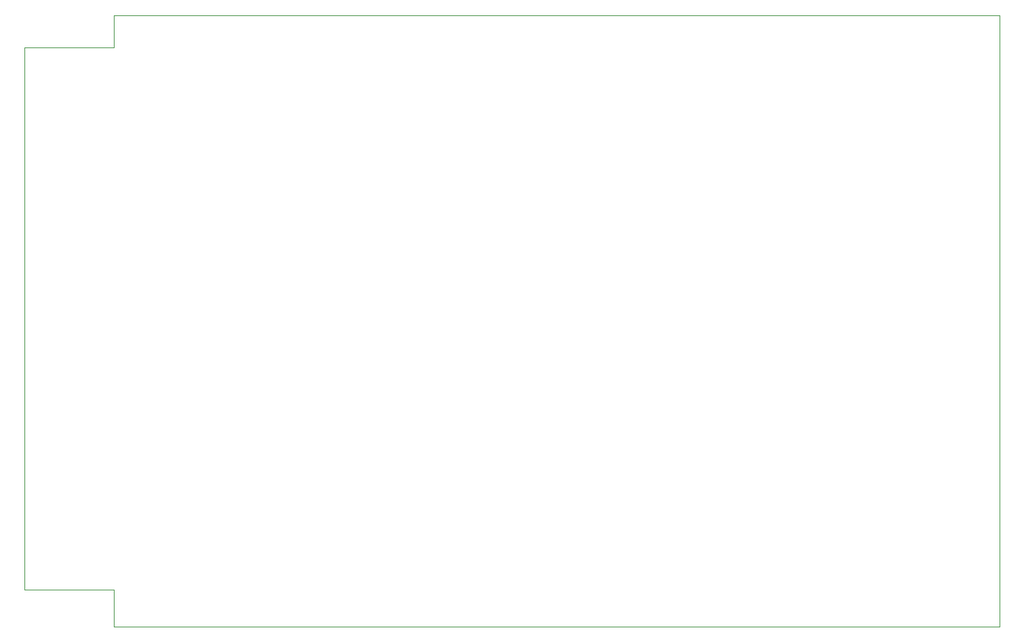
<source format=gbr>
%TF.GenerationSoftware,KiCad,Pcbnew,(6.0.7)*%
%TF.CreationDate,2022-08-24T05:19:49-07:00*%
%TF.ProjectId,TRS-IO-M1,5452532d-494f-42d4-9d31-2e6b69636164,rev?*%
%TF.SameCoordinates,Original*%
%TF.FileFunction,Profile,NP*%
%FSLAX46Y46*%
G04 Gerber Fmt 4.6, Leading zero omitted, Abs format (unit mm)*
G04 Created by KiCad (PCBNEW (6.0.7)) date 2022-08-24 05:19:49*
%MOMM*%
%LPD*%
G01*
G04 APERTURE LIST*
%TA.AperFunction,Profile*%
%ADD10C,0.050000*%
%TD*%
G04 APERTURE END LIST*
D10*
X113588800Y-130302000D02*
X220980000Y-130302000D01*
X102793800Y-125857000D02*
X102793800Y-60071000D01*
X113588900Y-60071000D02*
X113588900Y-56134000D01*
X220980000Y-56134000D02*
X220980000Y-130302000D01*
X113589000Y-56134000D02*
X220980000Y-56134000D01*
X113588800Y-125857000D02*
X113588800Y-130302000D01*
X102793800Y-125857000D02*
X113588800Y-125857000D01*
X102793800Y-60071000D02*
X113588800Y-60071000D01*
M02*

</source>
